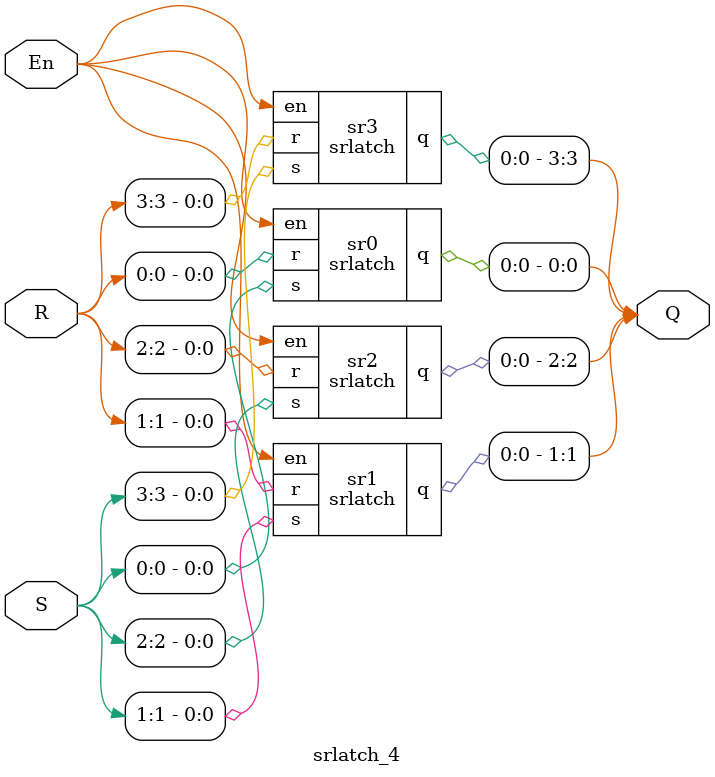
<source format=sv>
module srlatch(s,r,en,q);
  input s,r,en;
  output reg q;
  
  always @(*)
    begin
      if (en & ~(s) & r) q=0;
      else if (en & s & ~(r)) q=1;
      else if (en & ~(s) & ~(r)) q=1'bz;
    end
endmodule

module srlatch_4(S,R,En,Q);
  input [3:0] S,R;
  input En;
  output [3:0]Q;
  
  srlatch sr0(S[0],R[0],En,Q[0]);
  srlatch sr1(S[1],R[1],En,Q[1]);
  srlatch sr2(S[2],R[2],En,Q[2]);
  srlatch sr3(S[3],R[3],En,Q[3]);
endmodule

</source>
